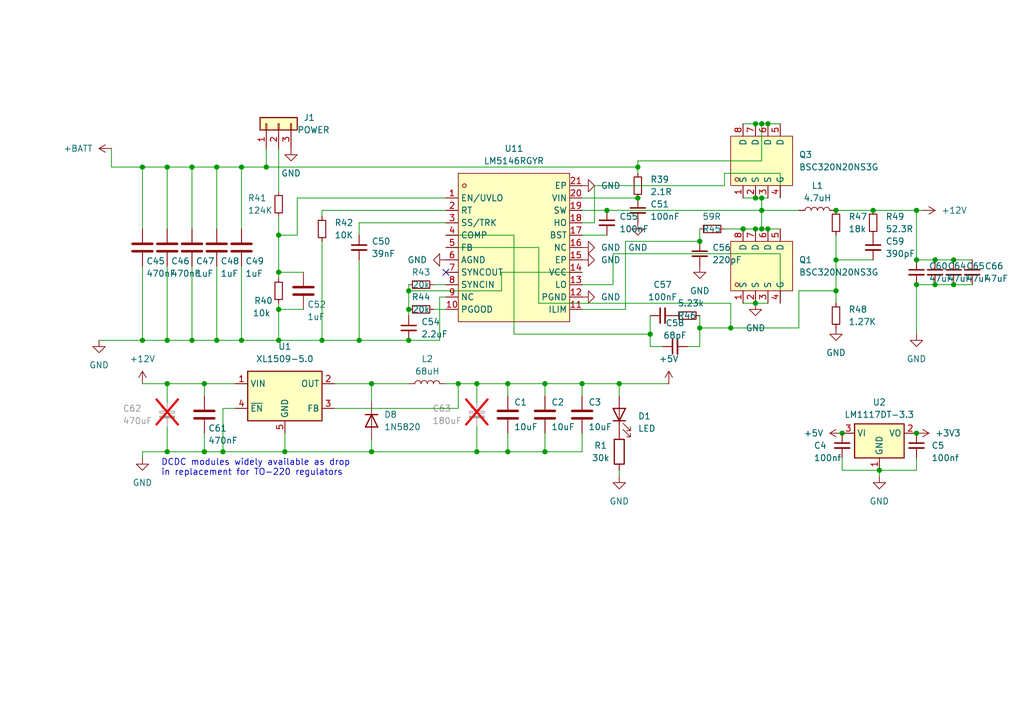
<source format=kicad_sch>
(kicad_sch (version 20231120) (generator "eeschema") (generator_version "8.0")
  (paper "A5")
  (title_block (title "Regulators") (rev "0.1"))
  (lib_symbols
    (symbol "Connector_Generic:Conn_01x03" (pin_names (offset 1.016) hide)
      (property "Reference" "J" (at 0 5.08 0))
      (property "Value" "Conn_01x03" (at 0 -5.08 0))
      (symbol "Conn_01x03_1_1"
        (rectangle (start -1.27 -2.413) (end 0 -2.667) (stroke (width 0.1524)))
        (rectangle (start -1.27 0.127) (end 0 -0.127) (stroke (width 0.1524)))
        (rectangle (start -1.27 2.667) (end 0 2.413) (stroke (width 0.1524)))
        (rectangle (start -1.27 3.81) (end 1.27 -3.81) (stroke (width 0.254)) (fill (type background)))
        (pin passive line (at -5.08 2.54 0) (length 3.81) (name "Pin_1") (number "1"))
        (pin passive line (at -5.08 0 0) (length 3.81) (name "Pin_2") (number "2"))
        (pin passive line (at -5.08 -2.54 0) (length 3.81) (name "Pin_3") (number "3"))
      )
    )
    (symbol "Device:C" (pin_numbers hide) (pin_names (offset 0.254))
      (property "Reference" "C" (at 0.635 2.54 0))
      (property "Value" "C" (at 0.635 -2.54 0))
      (symbol "C_0_1"
        (polyline (pts (xy -2.032 -0.762) (xy 2.032 -0.762)) (stroke (width 0.508)))
        (polyline (pts (xy -2.032 0.762) (xy 2.032 0.762)) (stroke (width 0.508)))
      )
      (symbol "C_1_1"
        (pin passive line (at 0 3.81 270) (length 2.794) (name "~") (number "1"))
        (pin passive line (at 0 -3.81 90) (length 2.794) (name "~") (number "2"))
      )
    )
    (symbol "Device:C_Polarized_Small" (pin_numbers hide) (pin_names (offset 0.254) hide)
      (property "Reference" "C" (at 0.254 1.778 0))
      (property "Value" "C_Polarized_Small" (at 0.254 -2.032 0))
      (symbol "C_Polarized_Small_0_1"
        (rectangle (start -1.524 -0.3048) (end 1.524 -0.6858) (fill (type outline)))
        (rectangle (start -1.524 0.6858) (end 1.524 0.3048))
        (polyline (pts (xy -1.27 1.524) (xy -0.762 1.524)))
        (polyline (pts (xy -1.016 1.27) (xy -1.016 1.778)))
      )
      (symbol "C_Polarized_Small_1_1"
        (pin passive line (at 0 2.54 270) (length 1.8542) (name "~") (number "1"))
        (pin passive line (at 0 -2.54 90) (length 1.8542) (name "~") (number "2"))
      )
    )
    (symbol "Device:C_Small" (pin_numbers hide) (pin_names (offset 0.254) hide)
      (property "Reference" "C" (at 0.254 1.778 0))
      (property "Value" "C_Small" (at 0.254 -2.032 0))
      (symbol "C_Small_0_1"
        (polyline (pts (xy -1.524 -0.508) (xy 1.524 -0.508)) (stroke (width 0.3302)))
        (polyline (pts (xy -1.524 0.508) (xy 1.524 0.508)) (stroke (width 0.3048)))
      )
      (symbol "C_Small_1_1"
        (pin passive line (at 0 2.54 270) (length 2.032) (name "~") (number "1"))
        (pin passive line (at 0 -2.54 90) (length 2.032) (name "~") (number "2"))
      )
    )
    (symbol "Device:D" (pin_numbers hide) (pin_names (offset 1.016) hide)
      (property "Reference" "D" (at 0 2.54 0))
      (property "Value" "D" (at 0 -2.54 0))
      (symbol "D_0_1"
        (polyline (pts (xy -1.27 1.27) (xy -1.27 -1.27)) (stroke (width 0.254)))
        (polyline (pts (xy 1.27 0) (xy -1.27 0)))
        (polyline (pts (xy 1.27 1.27) (xy 1.27 -1.27) (xy -1.27 0) (xy 1.27 1.27)) (stroke (width 0.254)))
      )
      (symbol "D_1_1"
        (pin passive line (at -3.81 0 0) (length 2.54) (name "K") (number "1"))
        (pin passive line (at 3.81 0 180) (length 2.54) (name "A") (number "2"))
      )
    )
    (symbol "Device:L" (pin_numbers hide) (pin_names (offset 1.016) hide)
      (property "Reference" "L" (at -1.27 0 90))
      (property "Value" "L" (at 1.905 0 90))
      (symbol "L_0_1"
        (arc (start 0 -2.54) (mid 0.6323 -1.905) (end 0 -1.27))
        (arc (start 0 -1.27) (mid 0.6323 -0.635) (end 0 0))
        (arc (start 0 0) (mid 0.6323 0.635) (end 0 1.27))
        (arc (start 0 1.27) (mid 0.6323 1.905) (end 0 2.54))
      )
      (symbol "L_1_1"
        (pin passive line (at 0 3.81 270) (length 1.27) (name "1") (number "1"))
        (pin passive line (at 0 -3.81 90) (length 1.27) (name "2") (number "2"))
      )
    )
    (symbol "Device:LED" (pin_numbers hide) (pin_names (offset 1.016) hide)
      (property "Reference" "D" (at 0 2.54 0))
      (property "Value" "LED" (at 0 -2.54 0))
      (symbol "LED_0_1"
        (polyline (pts (xy -1.27 -1.27) (xy -1.27 1.27)) (stroke (width 0.254)))
        (polyline (pts (xy -1.27 0) (xy 1.27 0)))
        (polyline (pts (xy 1.27 -1.27) (xy 1.27 1.27) (xy -1.27 0) (xy 1.27 -1.27)) (stroke (width 0.254)))
        (polyline (pts (xy -3.048 -0.762) (xy -4.572 -2.286) (xy -3.81 -2.286) (xy -4.572 -2.286) (xy -4.572 -1.524)))
        (polyline (pts (xy -1.778 -0.762) (xy -3.302 -2.286) (xy -2.54 -2.286) (xy -3.302 -2.286) (xy -3.302 -1.524)))
      )
      (symbol "LED_1_1"
        (pin passive line (at -3.81 0 0) (length 2.54) (name "K") (number "1"))
        (pin passive line (at 3.81 0 180) (length 2.54) (name "A") (number "2"))
      )
    )
    (symbol "Device:R" (pin_numbers hide) (pin_names (offset 0))
      (property "Reference" "R" (at 2.032 0 90))
      (property "Value" "R" (at 0 0 90))
      (symbol "R_0_1"
        (rectangle (start -1.016 -2.54) (end 1.016 2.54) (stroke (width 0.254)))
      )
      (symbol "R_1_1"
        (pin passive line (at 0 3.81 270) (length 1.27) (name "~") (number "1"))
        (pin passive line (at 0 -3.81 90) (length 1.27) (name "~") (number "2"))
      )
    )
    (symbol "Device:R_Small" (pin_numbers hide) (pin_names (offset 0.254) hide)
      (property "Reference" "R" (at 0.762 0.508 0))
      (property "Value" "R_Small" (at 0.762 -1.016 0))
      (symbol "R_Small_0_1"
        (rectangle (start -0.762 1.778) (end 0.762 -1.778) (stroke (width 0.2032)))
      )
      (symbol "R_Small_1_1"
        (pin passive line (at 0 2.54 270) (length 0.762) (name "~") (number "1"))
        (pin passive line (at 0 -2.54 90) (length 0.762) (name "~") (number "2"))
      )
    )
    (symbol "Regulator_Linear:LM1117DT-3.3"
      (property "Reference" "U" (at -3.81 3.175 0))
      (property "Value" "LM1117DT-3.3" (at 0 3.175 0))
      (symbol "LM1117DT-3.3_0_1"
        (rectangle (start -5.08 -5.08) (end 5.08 1.905) (stroke (width 0.254)) (fill (type background)))
      )
      (symbol "LM1117DT-3.3_1_1"
        (pin power_in line (at 0 -7.62 90) (length 2.54) (name "GND") (number "1"))
        (pin power_out line (at 7.62 0 180) (length 2.54) (name "VO") (number "2"))
        (pin power_in line (at -7.62 0 0) (length 2.54) (name "VI") (number "3"))
      )
    )
    (symbol "Regulator_Switching:XL1509-5.0"
      (property "Reference" "U" (at -7.112 6.096 0))
      (property "Value" "XL1509-5.0" (at 5.842 6.096 0))
      (symbol "XL1509-5.0_0_1"
        (rectangle (start -7.62 5.08) (end 7.62 -5.08) (stroke (width 0.254)) (fill (type background)))
      )
      (symbol "XL1509-5.0_1_1"
        (pin power_in line (at -10.16 2.54 0) (length 2.54) (name "VIN") (number "1"))
        (pin power_out line (at 10.16 2.54 180) (length 2.54) (name "OUT") (number "2"))
        (pin input line (at 10.16 -2.54 180) (length 2.54) (name "FB") (number "3"))
        (pin input line (at -10.16 -2.54 0) (length 2.54) (name "~{EN}") (number "4"))
        (pin power_in line (at 0 -7.62 90) (length 2.54) (name "GND") (number "5"))
        (pin passive line (at 0 -7.62 90) (length 2.54) hide (name "GND") (number "6"))
        (pin passive line (at 0 -7.62 90) (length 2.54) hide (name "GND") (number "7"))
        (pin passive line (at 0 -7.62 90) (length 2.54) hide (name "GND") (number "8"))
      )
    )
    (symbol "easyeda:BSC320N20NS3G"
      (property "Reference" "Q" (at 0 10.16 0))
      (property "Value" "BSC320N20NS3G" (at 0 -7.62 0))
      (symbol "BSC320N20NS3G_0_1"
        (rectangle (start -5.08 7.62) (end 5.08 -5.08) (fill (type background)))
        (circle (center -3.81 6.35) (radius 0.38))
        (pin unspecified line (at -7.62 5.08 0) (length 2.54) (name "S") (number "1"))
        (pin unspecified line (at -7.62 2.54 0) (length 2.54) (name "S") (number "2"))
        (pin unspecified line (at -7.62 0 0) (length 2.54) (name "S") (number "3"))
        (pin unspecified line (at -7.62 -2.54 0) (length 2.54) (name "G") (number "4"))
        (pin unspecified line (at 7.62 -2.54 180) (length 2.54) (name "D") (number "5"))
        (pin unspecified line (at 7.62 0 180) (length 2.54) (name "D") (number "6"))
        (pin unspecified line (at 7.62 2.54 180) (length 2.54) (name "D") (number "7"))
        (pin unspecified line (at 7.62 5.08 180) (length 2.54) (name "D") (number "8"))
      )
    )
    (symbol "easyeda:LM5146RGYR"
      (property "Reference" "U" (at 0 17.78 0))
      (property "Value" "LM5146RGYR" (at 0 -17.78 0))
      (symbol "LM5146RGYR_0_1"
        (rectangle (start -11.43 15.24) (end 11.43 -15.24) (fill (type background)))
        (circle (center -10.16 12.7) (radius 0.38))
        (pin unspecified line (at -13.97 10.16 0) (length 2.54) (name "EN/UVLO") (number "1"))
        (pin unspecified line (at -13.97 -12.7 0) (length 2.54) (name "PGOOD") (number "10"))
        (pin unspecified line (at 13.97 -12.7 180) (length 2.54) (name "ILIM") (number "11"))
        (pin unspecified line (at 13.97 -10.16 180) (length 2.54) (name "PGND") (number "12"))
        (pin unspecified line (at 13.97 -7.62 180) (length 2.54) (name "LO") (number "13"))
        (pin unspecified line (at 13.97 -5.08 180) (length 2.54) (name "VCC") (number "14"))
        (pin unspecified line (at 13.97 -2.54 180) (length 2.54) (name "EP") (number "15"))
        (pin unspecified line (at 13.97 0 180) (length 2.54) (name "NC") (number "16"))
        (pin unspecified line (at 13.97 2.54 180) (length 2.54) (name "BST") (number "17"))
        (pin unspecified line (at 13.97 5.08 180) (length 2.54) (name "HO") (number "18"))
        (pin unspecified line (at 13.97 7.62 180) (length 2.54) (name "SW") (number "19"))
        (pin unspecified line (at -13.97 7.62 0) (length 2.54) (name "RT") (number "2"))
        (pin unspecified line (at 13.97 10.16 180) (length 2.54) (name "VIN") (number "20"))
        (pin unspecified line (at 13.97 12.7 180) (length 2.54) (name "EP") (number "21"))
        (pin unspecified line (at -13.97 5.08 0) (length 2.54) (name "SS/TRK") (number "3"))
        (pin unspecified line (at -13.97 2.54 0) (length 2.54) (name "COMP") (number "4"))
        (pin unspecified line (at -13.97 0 0) (length 2.54) (name "FB") (number "5"))
        (pin unspecified line (at -13.97 -2.54 0) (length 2.54) (name "AGND") (number "6"))
        (pin unspecified line (at -13.97 -5.08 0) (length 2.54) (name "SYNCOUT") (number "7"))
        (pin unspecified line (at -13.97 -7.62 0) (length 2.54) (name "SYNCIN") (number "8"))
        (pin unspecified line (at -13.97 -10.16 0) (length 2.54) (name "NC") (number "9"))
      )
    )
    (symbol "power:+12V" (power) (pin_numbers hide) (pin_names (offset 0) hide)
      (property "Value" "+12V" (at 0 3.556 0))
      (symbol "+12V_0_1"
        (polyline (pts (xy -0.762 1.27) (xy 0 2.54)))
        (polyline (pts (xy 0 0) (xy 0 2.54)))
        (polyline (pts (xy 0 2.54) (xy 0.762 1.27)))
      )
      (symbol "+12V_1_1"
        (pin power_in line (at 0 0 90) (length 0) (name "~") (number "1"))
      )
    )
    (symbol "power:+3V3" (power) (pin_numbers hide) (pin_names (offset 0) hide)
      (property "Value" "+3V3" (at 0 3.556 0))
      (symbol "+3V3_0_1"
        (polyline (pts (xy -0.762 1.27) (xy 0 2.54)))
        (polyline (pts (xy 0 0) (xy 0 2.54)))
        (polyline (pts (xy 0 2.54) (xy 0.762 1.27)))
      )
      (symbol "+3V3_1_1"
        (pin power_in line (at 0 0 90) (length 0) (name "~") (number "1"))
      )
    )
    (symbol "power:+5V" (power) (pin_numbers hide) (pin_names (offset 0) hide)
      (property "Value" "+5V" (at 0 3.556 0))
      (symbol "+5V_0_1"
        (polyline (pts (xy -0.762 1.27) (xy 0 2.54)))
        (polyline (pts (xy 0 0) (xy 0 2.54)))
        (polyline (pts (xy 0 2.54) (xy 0.762 1.27)))
      )
      (symbol "+5V_1_1"
        (pin power_in line (at 0 0 90) (length 0) (name "~") (number "1"))
      )
    )
    (symbol "power:+BATT" (power) (pin_numbers hide) (pin_names (offset 0) hide)
      (property "Value" "+BATT" (at 0 3.556 0))
      (symbol "+BATT_0_1"
        (polyline (pts (xy -0.762 1.27) (xy 0 2.54)))
        (polyline (pts (xy 0 0) (xy 0 2.54)))
        (polyline (pts (xy 0 2.54) (xy 0.762 1.27)))
      )
      (symbol "+BATT_1_1"
        (pin power_in line (at 0 0 90) (length 0) (name "~") (number "1"))
      )
    )
    (symbol "power:GND" (power) (pin_numbers hide) (pin_names (offset 0) hide)
      (property "Value" "GND" (at 0 -3.81 0))
      (symbol "GND_0_1"
        (polyline (pts (xy 0 0) (xy 0 -1.27) (xy 1.27 -1.27) (xy 0 -2.54) (xy -1.27 -1.27) (xy 0 -1.27)))
      )
      (symbol "GND_1_1"
        (pin power_in line (at 0 0 270) (length 0) (name "~") (number "1"))
      )
    )
  )
  (junction (at 124.46 43.18))
  (junction (at 154.94 25.4))
  (junction (at 111.76 78.74))
  (junction (at 104.14 92.71))
  (junction (at 83.82 63.5))
  (junction (at 171.45 43.18))
  (junction (at 73.66 69.85))
  (junction (at 39.37 34.29))
  (junction (at 191.77 58.42))
  (junction (at 191.77 53.34))
  (junction (at 119.38 78.74))
  (junction (at 83.82 69.85))
  (junction (at 127 78.74))
  (junction (at 83.82 59.69))
  (junction (at 44.45 34.29))
  (junction (at 97.79 78.74))
  (junction (at 180.34 96.52))
  (junction (at 39.37 69.85))
  (junction (at 34.29 34.29))
  (junction (at 57.15 48.26))
  (junction (at 34.29 78.74))
  (junction (at 66.04 69.85))
  (junction (at 111.76 92.71))
  (junction (at 152.4 46.99))
  (junction (at 57.15 63.5))
  (junction (at 187.96 43.18))
  (junction (at 76.2 92.71))
  (junction (at 157.48 25.4))
  (junction (at 172.72 88.9))
  (junction (at 195.58 53.34))
  (junction (at 54.61 34.29))
  (junction (at 171.45 59.69))
  (junction (at 187.96 88.9))
  (junction (at 149.86 67.31))
  (junction (at 171.45 53.34))
  (junction (at 130.81 34.29))
  (junction (at 195.58 58.42))
  (junction (at 34.29 92.71))
  (junction (at 57.15 55.88))
  (junction (at 29.21 69.85))
  (junction (at 187.96 53.34))
  (junction (at 143.51 49.53))
  (junction (at 133.35 68.58))
  (junction (at 49.53 34.29))
  (junction (at 41.91 92.71))
  (junction (at 57.15 69.85))
  (junction (at 97.79 92.71))
  (junction (at 156.21 25.4))
  (junction (at 29.21 34.29))
  (junction (at 156.21 43.18))
  (junction (at 34.29 69.85))
  (junction (at 143.51 67.31))
  (junction (at 154.94 62.23))
  (junction (at 45.72 92.71))
  (junction (at 154.94 40.64))
  (junction (at 179.07 43.18))
  (junction (at 157.48 46.99))
  (junction (at 76.2 78.74))
  (junction (at 41.91 78.74))
  (junction (at 58.42 92.71))
  (junction (at 44.45 69.85))
  (junction (at 154.94 46.99))
  (junction (at 156.21 46.99))
  (junction (at 187.96 58.42))
  (junction (at 156.21 40.64))
  (junction (at 104.14 78.74))
  (junction (at 130.81 40.64))
  (junction (at 49.53 69.85))
  (junction (at 93.98 78.74))
  (no_connect (at 91.44 55.88))
  (wire (pts (xy 49.53 69.85) (xy 57.15 69.85)))
  (wire (pts (xy 97.79 78.74) (xy 97.79 82.55)))
  (wire (pts (xy 128.27 63.5) (xy 119.38 63.5)))
  (wire (pts (xy 76.2 90.17) (xy 76.2 92.71)))
  (wire (pts (xy 128.27 49.53) (xy 128.27 63.5)))
  (wire (pts (xy 171.45 48.26) (xy 171.45 53.34)))
  (wire (pts (xy 133.35 71.12) (xy 135.89 71.12)))
  (wire (pts (xy 187.96 93.98) (xy 187.96 96.52)))
  (wire (pts (xy 41.91 88.9) (xy 41.91 92.71)))
  (wire (pts (xy 180.34 96.52) (xy 187.96 96.52)))
  (wire (pts (xy 140.97 71.12) (xy 143.51 71.12)))
  (wire (pts (xy 154.94 46.99) (xy 156.21 46.99)))
  (wire (pts (xy 187.96 43.18) (xy 187.96 53.34)))
  (wire (pts (xy 73.66 48.26) (xy 73.66 45.72)))
  (wire (pts (xy 143.51 71.12) (xy 143.51 67.31)))
  (wire (pts (xy 172.72 96.52) (xy 172.72 93.98)))
  (wire (pts (xy 57.15 63.5) (xy 57.15 69.85)))
  (wire (pts (xy 41.91 92.71) (xy 45.72 92.71)))
  (wire (pts (xy 76.2 78.74) (xy 76.2 82.55)))
  (wire (pts (xy 29.21 78.74) (xy 34.29 78.74)))
  (wire (pts (xy 127 78.74) (xy 127 81.28)))
  (wire (pts (xy 148.59 46.99) (xy 152.4 46.99)))
  (wire (pts (xy 160.02 40.64) (xy 160.02 35.56)))
  (wire (pts (xy 29.21 92.71) (xy 34.29 92.71)))
  (wire (pts (xy 73.66 45.72) (xy 91.44 45.72)))
  (wire (pts (xy 34.29 54.61) (xy 34.29 69.85)))
  (wire (pts (xy 39.37 34.29) (xy 39.37 46.99)))
  (wire (pts (xy 39.37 54.61) (xy 39.37 69.85)))
  (wire (pts (xy 160.02 35.56) (xy 148.59 35.56)))
  (wire (pts (xy 57.15 55.88) (xy 57.15 57.15)))
  (wire (pts (xy 29.21 69.85) (xy 34.29 69.85)))
  (wire (pts (xy 119.38 88.9) (xy 119.38 92.71)))
  (wire (pts (xy 97.79 92.71) (xy 104.14 92.71)))
  (wire (pts (xy 44.45 34.29) (xy 49.53 34.29)))
  (wire (pts (xy 90.17 60.96) (xy 90.17 69.85)))
  (wire (pts (xy 154.94 62.23) (xy 157.48 62.23)))
  (wire (pts (xy 110.49 62.23) (xy 149.86 62.23)))
  (wire (pts (xy 88.9 63.5) (xy 91.44 63.5)))
  (wire (pts (xy 152.4 25.4) (xy 154.94 25.4)))
  (wire (pts (xy 20.32 69.85) (xy 29.21 69.85)))
  (wire (pts (xy 83.82 59.69) (xy 83.82 58.42)))
  (wire (pts (xy 29.21 54.61) (xy 29.21 69.85)))
  (wire (pts (xy 66.04 43.18) (xy 91.44 43.18)))
  (wire (pts (xy 104.14 88.9) (xy 104.14 92.71)))
  (wire (pts (xy 154.94 40.64) (xy 156.21 40.64)))
  (wire (pts (xy 119.38 40.64) (xy 130.81 40.64)))
  (wire (pts (xy 91.44 48.26) (xy 105.41 48.26)))
  (wire (pts (xy 58.42 92.71) (xy 76.2 92.71)))
  (wire (pts (xy 133.35 64.77) (xy 133.35 68.58)))
  (wire (pts (xy 57.15 30.48) (xy 57.15 39.37)))
  (wire (pts (xy 125.73 58.42) (xy 119.38 58.42)))
  (wire (pts (xy 57.15 48.26) (xy 57.15 55.88)))
  (wire (pts (xy 156.21 33.02) (xy 130.81 33.02)))
  (wire (pts (xy 111.76 78.74) (xy 111.76 81.28)))
  (wire (pts (xy 143.51 49.53) (xy 128.27 49.53)))
  (wire (pts (xy 76.2 92.71) (xy 97.79 92.71)))
  (wire (pts (xy 143.51 46.99) (xy 143.51 49.53)))
  (wire (pts (xy 97.79 78.74) (xy 104.14 78.74)))
  (wire (pts (xy 54.61 30.48) (xy 54.61 34.29)))
  (wire (pts (xy 152.4 62.23) (xy 154.94 62.23)))
  (wire (pts (xy 22.86 34.29) (xy 29.21 34.29)))
  (wire (pts (xy 149.86 62.23) (xy 149.86 67.31)))
  (wire (pts (xy 57.15 63.5) (xy 62.23 63.5)))
  (wire (pts (xy 127 78.74) (xy 137.16 78.74)))
  (wire (pts (xy 119.38 55.88) (xy 102.87 55.88)))
  (wire (pts (xy 44.45 69.85) (xy 49.53 69.85)))
  (wire (pts (xy 45.72 92.71) (xy 58.42 92.71)))
  (wire (pts (xy 34.29 34.29) (xy 39.37 34.29)))
  (wire (pts (xy 91.44 60.96) (xy 90.17 60.96)))
  (wire (pts (xy 149.86 67.31) (xy 143.51 67.31)))
  (wire (pts (xy 127 96.52) (xy 127 97.79)))
  (wire (pts (xy 156.21 40.64) (xy 157.48 40.64)))
  (wire (pts (xy 171.45 43.18) (xy 179.07 43.18)))
  (wire (pts (xy 83.82 69.85) (xy 90.17 69.85)))
  (wire (pts (xy 195.58 58.42) (xy 199.39 58.42)))
  (wire (pts (xy 22.86 30.48) (xy 22.86 34.29)))
  (wire (pts (xy 105.41 68.58) (xy 133.35 68.58)))
  (wire (pts (xy 29.21 34.29) (xy 34.29 34.29)))
  (wire (pts (xy 143.51 64.77) (xy 143.51 67.31)))
  (wire (pts (xy 111.76 92.71) (xy 104.14 92.71)))
  (wire (pts (xy 73.66 69.85) (xy 73.66 53.34)))
  (wire (pts (xy 41.91 78.74) (xy 48.26 78.74)))
  (wire (pts (xy 49.53 34.29) (xy 49.53 46.99)))
  (wire (pts (xy 102.87 55.88) (xy 102.87 59.69)))
  (wire (pts (xy 88.9 58.42) (xy 91.44 58.42)))
  (wire (pts (xy 195.58 53.34) (xy 199.39 53.34)))
  (wire (pts (xy 119.38 78.74) (xy 119.38 81.28)))
  (wire (pts (xy 93.98 83.82) (xy 93.98 78.74)))
  (wire (pts (xy 44.45 34.29) (xy 44.45 46.99)))
  (wire (pts (xy 163.83 67.31) (xy 149.86 67.31)))
  (wire (pts (xy 191.77 58.42) (xy 195.58 58.42)))
  (wire (pts (xy 130.81 33.02) (xy 130.81 34.29)))
  (wire (pts (xy 58.42 88.9) (xy 58.42 92.71)))
  (wire (pts (xy 104.14 78.74) (xy 111.76 78.74)))
  (wire (pts (xy 34.29 69.85) (xy 39.37 69.85)))
  (wire (pts (xy 119.38 43.18) (xy 124.46 43.18)))
  (wire (pts (xy 91.44 78.74) (xy 93.98 78.74)))
  (wire (pts (xy 34.29 87.63) (xy 34.29 92.71)))
  (wire (pts (xy 49.53 34.29) (xy 54.61 34.29)))
  (wire (pts (xy 91.44 50.8) (xy 110.49 50.8)))
  (wire (pts (xy 105.41 48.26) (xy 105.41 68.58)))
  (wire (pts (xy 111.76 78.74) (xy 119.38 78.74)))
  (wire (pts (xy 157.48 25.4) (xy 160.02 25.4)))
  (wire (pts (xy 68.58 78.74) (xy 76.2 78.74)))
  (wire (pts (xy 57.15 62.23) (xy 57.15 63.5)))
  (wire (pts (xy 187.96 43.18) (xy 189.23 43.18)))
  (wire (pts (xy 41.91 78.74) (xy 41.91 81.28)))
  (wire (pts (xy 68.58 83.82) (xy 93.98 83.82)))
  (wire (pts (xy 110.49 50.8) (xy 110.49 62.23)))
  (wire (pts (xy 57.15 69.85) (xy 66.04 69.85)))
  (wire (pts (xy 187.96 53.34) (xy 191.77 53.34)))
  (wire (pts (xy 119.38 92.71) (xy 111.76 92.71)))
  (wire (pts (xy 60.96 40.64) (xy 60.96 48.26)))
  (wire (pts (xy 34.29 34.29) (xy 34.29 46.99)))
  (wire (pts (xy 57.15 44.45) (xy 57.15 48.26)))
  (wire (pts (xy 97.79 87.63) (xy 97.79 92.71)))
  (wire (pts (xy 76.2 78.74) (xy 83.82 78.74)))
  (wire (pts (xy 60.96 48.26) (xy 57.15 48.26)))
  (wire (pts (xy 83.82 63.5) (xy 83.82 59.69)))
  (wire (pts (xy 45.72 83.82) (xy 45.72 92.71)))
  (wire (pts (xy 171.45 53.34) (xy 171.45 59.69)))
  (wire (pts (xy 29.21 34.29) (xy 29.21 46.99)))
  (wire (pts (xy 44.45 54.61) (xy 44.45 69.85)))
  (wire (pts (xy 156.21 46.99) (xy 157.48 46.99)))
  (wire (pts (xy 187.96 58.42) (xy 191.77 58.42)))
  (wire (pts (xy 66.04 44.45) (xy 66.04 43.18)))
  (wire (pts (xy 57.15 55.88) (xy 62.23 55.88)))
  (wire (pts (xy 171.45 59.69) (xy 163.83 59.69)))
  (wire (pts (xy 156.21 43.18) (xy 163.83 43.18)))
  (wire (pts (xy 148.59 35.56) (xy 148.59 38.1)))
  (wire (pts (xy 91.44 40.64) (xy 60.96 40.64)))
  (wire (pts (xy 171.45 53.34) (xy 179.07 53.34)))
  (wire (pts (xy 104.14 78.74) (xy 104.14 81.28)))
  (wire (pts (xy 133.35 68.58) (xy 133.35 71.12)))
  (wire (pts (xy 156.21 25.4) (xy 157.48 25.4)))
  (wire (pts (xy 93.98 78.74) (xy 97.79 78.74)))
  (wire (pts (xy 180.34 96.52) (xy 172.72 96.52)))
  (wire (pts (xy 171.45 59.69) (xy 171.45 62.23)))
  (wire (pts (xy 152.4 46.99) (xy 154.94 46.99)))
  (wire (pts (xy 156.21 33.02) (xy 156.21 25.4)))
  (wire (pts (xy 156.21 40.64) (xy 156.21 43.18)))
  (wire (pts (xy 34.29 78.74) (xy 34.29 82.55)))
  (wire (pts (xy 48.26 83.82) (xy 45.72 83.82)))
  (wire (pts (xy 156.21 46.99) (xy 156.21 43.18)))
  (wire (pts (xy 119.38 48.26) (xy 124.46 48.26)))
  (wire (pts (xy 73.66 69.85) (xy 83.82 69.85)))
  (wire (pts (xy 124.46 43.18) (xy 156.21 43.18)))
  (wire (pts (xy 39.37 34.29) (xy 44.45 34.29)))
  (wire (pts (xy 191.77 53.34) (xy 195.58 53.34)))
  (wire (pts (xy 66.04 49.53) (xy 66.04 69.85)))
  (wire (pts (xy 179.07 43.18) (xy 187.96 43.18)))
  (wire (pts (xy 54.61 34.29) (xy 130.81 34.29)))
  (wire (pts (xy 121.92 45.72) (xy 121.92 38.1)))
  (wire (pts (xy 83.82 63.5) (xy 83.82 64.77)))
  (wire (pts (xy 121.92 38.1) (xy 148.59 38.1)))
  (wire (pts (xy 111.76 88.9) (xy 111.76 92.71)))
  (wire (pts (xy 34.29 92.71) (xy 41.91 92.71)))
  (wire (pts (xy 180.34 97.79) (xy 180.34 96.52)))
  (wire (pts (xy 130.81 35.56) (xy 130.81 34.29)))
  (wire (pts (xy 66.04 69.85) (xy 73.66 69.85)))
  (wire (pts (xy 49.53 54.61) (xy 49.53 69.85)))
  (wire (pts (xy 187.96 58.42) (xy 187.96 68.58)))
  (wire (pts (xy 157.48 46.99) (xy 160.02 46.99)))
  (wire (pts (xy 102.87 59.69) (xy 83.82 59.69)))
  (wire (pts (xy 125.73 52.07) (xy 160.02 52.07)))
  (wire (pts (xy 160.02 52.07) (xy 160.02 62.23)))
  (wire (pts (xy 29.21 93.98) (xy 29.21 92.71)))
  (wire (pts (xy 125.73 52.07) (xy 125.73 58.42)))
  (wire (pts (xy 39.37 69.85) (xy 44.45 69.85)))
  (wire (pts (xy 152.4 40.64) (xy 154.94 40.64)))
  (wire (pts (xy 119.38 45.72) (xy 121.92 45.72)))
  (wire (pts (xy 154.94 25.4) (xy 156.21 25.4)))
  (wire (pts (xy 34.29 78.74) (xy 41.91 78.74)))
  (wire (pts (xy 119.38 78.74) (xy 127 78.74)))
  (wire (pts (xy 163.83 59.69) (xy 163.83 67.31)))
  (text "DCDC modules widely available as drop\nin replacement for TO-220 regulators" (at 33.02 97.79 0) (effects (font (size 1.27 1.27)) (justify left bottom)))
  (symbol (lib_id "Regulator_Linear:LM1117DT-3.3") (at 180.34 88.9 0) (unit 1)
    (property "Reference" "U2" (at 180.34 82.55 0))
    (property "Value" "LM1117DT-3.3" (at 180.34 85.09 0))
    (property "Footprint" "Package_TO_SOT_SMD:SOT-223-3_TabPin2" (effects (hide yes)))
    (property "Datasheet" "http://www.ti.com/lit/ds/symlink/lm1117.pdf" (effects (hide yes)))
    (property "Description" "800mA Low-Dropout Linear Regulator, 3.3V fixed output, TO-252" (effects (hide yes)))
    (property "LCSC" "C126027" (effects (hide yes)))
  )
  (symbol (lib_id "Device:L") (at 87.63 78.74 90) (unit 1)
    (property "Reference" "L2" (at 87.63 73.66 90))
    (property "Value" "68uH" (at 87.63 76.2 90))
    (property "Footprint" "lcsc:IND-SMD_L7.1-W6.6-1" (effects (hide yes)))
    (property "Description" "Inductor" (effects (hide yes)))
    (property "LCSC" "C3188679" (effects (hide yes)))
  )
  (symbol (lib_id "power:GND") (at 143.51 54.61 0) (unit 1)
    (property "Reference" "#PWR096" (effects (hide yes)))
    (property "Value" "GND" (at 143.51 59.69 0))
    (property "Description" "Power symbol creates a global label with name \"GND\" , ground" (effects (hide yes)))
  )
  (symbol (lib_id "power:GND") (at 130.81 45.72 0) (unit 1)
    (property "Reference" "#PWR093" (effects (hide yes)))
    (property "Value" "GND" (at 130.81 50.8 0))
    (property "Description" "Power symbol creates a global label with name \"GND\" , ground" (effects (hide yes)))
  )
  (symbol (lib_id "Device:D") (at 76.2 86.36 270) (unit 1)
    (property "Reference" "D8" (at 78.74 85.0899 90) (effects (justify left)))
    (property "Value" "1N5820" (at 78.74 87.6299 90) (effects (justify left)))
    (property "Footprint" "Diode_SMD:D_SMA" (effects (hide yes)))
    (property "Description" "Diode" (effects (hide yes)))
    (property "Sim.Device" "D" (effects (hide yes)))
    (property "Sim.Pins" "1=K 2=A" (effects (hide yes)))
    (property "LCSC" " C110484" (effects (hide yes)))
  )
  (symbol (lib_id "Device:R_Small") (at 140.97 64.77 270) (unit 1)
    (property "Reference" "R46" (at 138.938 64.77 90) (effects (justify left)))
    (property "Value" "5.23k" (at 138.938 62.23 90) (effects (justify left)))
    (property "Footprint" "Resistor_SMD:R_0402_1005Metric" (effects (hide yes)))
    (property "Description" "Resistor, small symbol" (effects (hide yes)))
    (property "LCSC" "C25907" (effects (hide yes)))
  )
  (symbol (lib_id "power:+12V") (at 29.21 78.74 0) (unit 1)
    (property "Reference" "#PWR01" (effects (hide yes)))
    (property "Value" "+12V" (at 29.21 73.66 0))
    (property "Description" "Power symbol creates a global label with name \"+12V\"" (effects (hide yes)))
  )
  (symbol (lib_id "easyeda:LM5146RGYR") (at 105.41 50.8 0) (unit 1)
    (property "Reference" "U11" (at 105.41 30.48 0))
    (property "Value" "LM5146RGYR" (at 105.41 33.02 0))
    (property "Footprint" "lcsc:VQFN-20_L4.5-W3.5-P0.50-BL-EP" (effects (hide yes)))
    (property "LCSC Part" "C3188679" (effects (hide yes)))
    (property "LCSC" "C3188679" (effects (hide yes)))
  )
  (symbol (lib_id "Device:R_Small") (at 86.36 58.42 90) (unit 1)
    (property "Reference" "R43" (at 86.36 55.88 90))
    (property "Value" "20k" (at 86.36 58.42 90))
    (property "Footprint" "Resistor_SMD:R_0402_1005Metric" (effects (hide yes)))
    (property "Description" "Resistor, small symbol" (effects (hide yes)))
    (property "LCSC" "C25765" (effects (hide yes)))
  )
  (symbol (lib_id "Device:L") (at 167.64 43.18 90) (unit 1)
    (property "Reference" "L1" (at 167.64 38.1 90))
    (property "Value" "4.7uH" (at 167.64 40.64 90))
    (property "Footprint" "lcsc:IND-SMD_L13.5-W12.8" (effects (hide yes)))
    (property "Description" "Inductor" (effects (hide yes)))
    (property "LCSC" "C5349638" (effects (hide yes)))
  )
  (symbol (lib_id "Device:C_Small") (at 135.89 64.77 90) (unit 1)
    (property "Reference" "C57" (at 135.8963 58.42 90))
    (property "Value" "100nF" (at 135.8963 60.96 90))
    (property "Footprint" "Capacitor_SMD:C_0402_1005Metric" (effects (hide yes)))
    (property "Description" "Unpolarized capacitor, small symbol" (effects (hide yes)))
    (property "LCSC" "C60474" (effects (hide yes)))
  )
  (symbol (lib_id "power:+12V") (at 189.23 43.18 270) (unit 1)
    (property "Reference" "#PWR0102" (effects (hide yes)))
    (property "Value" "+12V" (at 193.04 43.1799 90) (effects (justify left)))
    (property "Description" "Power symbol creates a global label with name \"+12V\"" (effects (hide yes)))
  )
  (symbol (lib_id "Device:C_Polarized_Small") (at 97.79 85.09 0) (unit 1) (dnp yes)
    (property "Reference" "C63" (at 88.646 83.82 0) (effects (justify left)))
    (property "Value" "180uF" (at 88.646 86.36 0) (effects (justify left)))
    (property "Footprint" "Capacitor_THT:CP_Radial_D6.3mm_P2.50mm" (effects (hide yes)))
    (property "Description" "Polarized capacitor, small symbol" (effects (hide yes)))
    (property "LCSC" " C2976258" (effects (hide yes)))
  )
  (symbol (lib_id "Device:C") (at 119.38 85.09 0) (unit 1)
    (property "Reference" "C3" (at 120.65 82.55 0) (effects (justify left)))
    (property "Value" "10uF" (at 120.65 87.63 0) (effects (justify left)))
    (property "Footprint" "Capacitor_SMD:C_0603_1608Metric" (effects (hide yes)))
    (property "MFR PT" "CL10A106MA8NRNCCopy" (effects (hide yes)))
    (property "LCSC" "C96446" (effects (hide yes)))
  )
  (symbol (lib_id "power:GND") (at 119.38 53.34 90) (unit 1)
    (property "Reference" "#PWR0105" (effects (hide yes)))
    (property "Value" "GND" (at 123.19 53.3399 90) (effects (justify right)))
    (property "Description" "Power symbol creates a global label with name \"GND\" , ground" (effects (hide yes)))
  )
  (symbol (lib_id "power:GND") (at 29.21 93.98 0) (unit 1)
    (property "Reference" "#PWR02" (effects (hide yes)))
    (property "Value" "GND" (at 29.21 99.06 0))
  )
  (symbol (lib_id "Device:C_Small") (at 179.07 50.8 0) (unit 1)
    (property "Reference" "C59" (at 181.61 49.5362 0) (effects (justify left)))
    (property "Value" "390pF" (at 181.61 52.0762 0) (effects (justify left)))
    (property "Footprint" "Capacitor_SMD:C_0402_1005Metric" (effects (hide yes)))
    (property "Description" "Unpolarized capacitor, small symbol" (effects (hide yes)))
    (property "LCSC" "C282239" (effects (hide yes)))
  )
  (symbol (lib_id "Device:C") (at 111.76 85.09 0) (unit 1)
    (property "Reference" "C2" (at 113.03 82.55 0) (effects (justify left)))
    (property "Value" "10uF" (at 113.03 87.63 0) (effects (justify left)))
    (property "Footprint" "Capacitor_SMD:C_0603_1608Metric" (effects (hide yes)))
    (property "MFR PT" "CL10A106MA8NRNCCopy" (effects (hide yes)))
    (property "LCSC" "C96446" (effects (hide yes)))
  )
  (symbol (lib_id "Device:R_Small") (at 146.05 46.99 270) (unit 1)
    (property "Reference" "R45" (at 144.018 46.99 90) (effects (justify left)))
    (property "Value" "59R" (at 144.018 44.45 90) (effects (justify left)))
    (property "Footprint" "Resistor_SMD:R_0805_2012Metric" (effects (hide yes)))
    (property "Description" "Resistor, small symbol" (effects (hide yes)))
    (property "LCSC" "C2999506" (effects (hide yes)))
  )
  (symbol (lib_id "Device:C_Small") (at 199.39 55.88 0) (unit 1)
    (property "Reference" "C66" (at 201.93 54.6162 0) (effects (justify left)))
    (property "Value" "47uF" (at 201.93 57.1562 0) (effects (justify left)))
    (property "Footprint" "Capacitor_SMD:C_1206_3216Metric" (effects (hide yes)))
    (property "Description" "Unpolarized capacitor, small symbol" (effects (hide yes)))
    (property "LCSC" "C403725" (effects (hide yes)))
  )
  (symbol (lib_id "power:+BATT") (at 22.86 30.48 90) (unit 1)
    (property "Reference" "#PWR03" (effects (hide yes)))
    (property "Value" "+BATT" (at 19.05 30.4799 90) (effects (justify left)))
    (property "Description" "Power symbol creates a global label with name \"+BATT\"" (effects (hide yes)))
  )
  (symbol (lib_id "power:+3V3") (at 187.96 88.9 270) (unit 1)
    (property "Reference" "#PWR09" (effects (hide yes)))
    (property "Value" "+3V3" (at 191.77 88.8999 90) (effects (justify left)))
    (property "Description" "Power symbol creates a global label with name \"+3V3\"" (effects (hide yes)))
  )
  (symbol (lib_id "Device:C") (at 41.91 85.09 0) (unit 1)
    (property "Reference" "C61" (at 42.672 87.884 0) (effects (justify left)))
    (property "Value" "470nF" (at 42.672 90.424 0) (effects (justify left)))
    (property "Footprint" "Capacitor_SMD:C_0603_1608Metric" (effects (hide yes)))
    (property "Description" "Unpolarized capacitor" (effects (hide yes)))
    (property "LCSC" "C1623" (effects (hide yes)))
  )
  (symbol (lib_id "Device:R_Small") (at 66.04 46.99 0) (unit 1)
    (property "Reference" "R42" (at 68.58 45.7199 0) (effects (justify left)))
    (property "Value" "10K" (at 68.58 48.2599 0) (effects (justify left)))
    (property "Footprint" "Resistor_SMD:R_0603_1608Metric" (effects (hide yes)))
    (property "Description" "Resistor, small symbol" (effects (hide yes)))
    (property "LCSC" "C25804" (effects (hide yes)))
  )
  (symbol (lib_id "Device:R_Small") (at 171.45 45.72 0) (unit 1)
    (property "Reference" "R47" (at 173.99 44.4499 0) (effects (justify left)))
    (property "Value" "18k" (at 173.99 46.9899 0) (effects (justify left)))
    (property "Footprint" "Resistor_SMD:R_0603_1608Metric" (effects (hide yes)))
    (property "Description" "Resistor, small symbol" (effects (hide yes)))
    (property "LCSC" "C25810" (effects (hide yes)))
  )
  (symbol (lib_id "Device:C") (at 104.14 85.09 0) (unit 1)
    (property "Reference" "C1" (at 105.41 82.55 0) (effects (justify left)))
    (property "Value" "10uF" (at 105.41 87.63 0) (effects (justify left)))
    (property "Footprint" "Capacitor_SMD:C_0603_1608Metric" (effects (hide yes)))
    (property "MFR PT" "CL10A106MA8NRNCCopy" (effects (hide yes)))
    (property "LCSC" "C96446" (effects (hide yes)))
  )
  (symbol (lib_id "Device:C_Small") (at 130.81 43.18 0) (unit 1)
    (property "Reference" "C51" (at 133.35 41.9162 0) (effects (justify left)))
    (property "Value" "100nF" (at 133.35 44.4562 0) (effects (justify left)))
    (property "Footprint" "Capacitor_SMD:C_0805_2012Metric" (effects (hide yes)))
    (property "Description" "Unpolarized capacitor, small symbol" (effects (hide yes)))
    (property "LCSC" "C476766" (effects (hide yes)))
  )
  (symbol (lib_id "easyeda:BSC320N20NS3G") (at 157.48 33.02 90) (unit 1)
    (property "Reference" "Q3" (at 163.83 31.7499 90) (effects (justify right)))
    (property "Value" "BSC320N20NS3G" (at 163.83 34.2899 90) (effects (justify right)))
    (property "Footprint" "lcsc:DFN-8_L5.9-W5.2-P1.27-LS6.2-BL" (effects (hide yes)))
    (property "Datasheet" "https://lcsc.com/product-detail/MOSFET_Infineon-Technologies-BSC320N20NS3G_C501501.html" (effects (hide yes)))
    (property "LCSC Part" "C501501" (effects (hide yes)))
    (property "LCSC" "C501501" (effects (hide yes)))
  )
  (symbol (lib_id "Device:C") (at 44.45 50.8 0) (unit 1)
    (property "Reference" "C48" (at 45.212 53.594 0) (effects (justify left)))
    (property "Value" "1uF" (at 45.212 56.134 0) (effects (justify left)))
    (property "Footprint" "Capacitor_SMD:C_0805_2012Metric" (effects (hide yes)))
    (property "Description" "Unpolarized capacitor" (effects (hide yes)))
    (property "LCSC" "C28323" (effects (hide yes)))
  )
  (symbol (lib_id "Device:R_Small") (at 57.15 59.69 0) (unit 1)
    (property "Reference" "R40" (at 52.07 61.722 0) (effects (justify left)))
    (property "Value" "10k" (at 51.816 64.262 0) (effects (justify left)))
    (property "Footprint" "Resistor_SMD:R_0603_1608Metric" (effects (hide yes)))
    (property "Description" "Resistor, small symbol" (effects (hide yes)))
    (property "LCSC" "C25804" (effects (hide yes)))
  )
  (symbol (lib_id "Device:C_Small") (at 187.96 55.88 0) (unit 1)
    (property "Reference" "C60" (at 190.5 54.6162 0) (effects (justify left)))
    (property "Value" "47uF" (at 190.5 57.1562 0) (effects (justify left)))
    (property "Footprint" "Capacitor_SMD:C_1206_3216Metric" (effects (hide yes)))
    (property "Description" "Unpolarized capacitor, small symbol" (effects (hide yes)))
    (property "LCSC" "C403725" (effects (hide yes)))
  )
  (symbol (lib_id "easyeda:BSC320N20NS3G") (at 157.48 54.61 90) (unit 1)
    (property "Reference" "Q1" (at 163.83 53.3399 90) (effects (justify right)))
    (property "Value" "BSC320N20NS3G" (at 163.83 55.8799 90) (effects (justify right)))
    (property "Footprint" "lcsc:DFN-8_L5.9-W5.2-P1.27-LS6.2-BL" (effects (hide yes)))
    (property "Datasheet" "https://lcsc.com/product-detail/MOSFET_Infineon-Technologies-BSC320N20NS3G_C501501.html" (effects (hide yes)))
    (property "LCSC Part" "C501501" (effects (hide yes)))
    (property "LCSC" "C501501" (effects (hide yes)))
  )
  (symbol (lib_id "Device:C") (at 34.29 50.8 0) (unit 1)
    (property "Reference" "C46" (at 35.052 53.594 0) (effects (justify left)))
    (property "Value" "470nF" (at 35.052 56.134 0) (effects (justify left)))
    (property "Footprint" "Capacitor_SMD:C_1210_3225Metric" (effects (hide yes)))
    (property "Description" "Unpolarized capacitor" (effects (hide yes)))
    (property "LCSC" "C192761" (effects (hide yes)))
  )
  (symbol (lib_id "power:+5V") (at 137.16 78.74 0) (unit 1)
    (property "Reference" "#PWR06" (effects (hide yes)))
    (property "Value" "+5V" (at 137.16 73.66 0))
    (property "Description" "Power symbol creates a global label with name \"+5V\"" (effects (hide yes)))
  )
  (symbol (lib_id "Device:R_Small") (at 86.36 63.5 90) (unit 1)
    (property "Reference" "R44" (at 86.36 60.96 90))
    (property "Value" "20k" (at 86.36 63.5 90))
    (property "Footprint" "Resistor_SMD:R_0402_1005Metric" (effects (hide yes)))
    (property "Description" "Resistor, small symbol" (effects (hide yes)))
    (property "LCSC" "C25765" (effects (hide yes)))
  )
  (symbol (lib_id "power:GND") (at 119.38 60.96 90) (unit 1)
    (property "Reference" "#PWR099" (effects (hide yes)))
    (property "Value" "GND" (at 123.19 60.9599 90) (effects (justify right)))
    (property "Description" "Power symbol creates a global label with name \"GND\" , ground" (effects (hide yes)))
  )
  (symbol (lib_id "Device:C") (at 39.37 50.8 0) (unit 1)
    (property "Reference" "C47" (at 40.132 53.594 0) (effects (justify left)))
    (property "Value" "1uF" (at 40.132 56.134 0) (effects (justify left)))
    (property "Footprint" "Capacitor_SMD:C_0805_2012Metric" (effects (hide yes)))
    (property "Description" "Unpolarized capacitor" (effects (hide yes)))
    (property "LCSC" "C28323" (effects (hide yes)))
  )
  (symbol (lib_id "Device:C_Polarized_Small") (at 34.29 85.09 0) (unit 1) (dnp yes)
    (property "Reference" "C62" (at 25.146 83.82 0) (effects (justify left)))
    (property "Value" "470uF" (at 25.146 86.36 0) (effects (justify left)))
    (property "Footprint" "Capacitor_THT:CP_Radial_D8.0mm_P3.50mm" (effects (hide yes)))
    (property "Description" "Polarized capacitor, small symbol" (effects (hide yes)))
    (property "LCSC" "C721169" (effects (hide yes)))
  )
  (symbol (lib_id "Device:C_Small") (at 195.58 55.88 0) (unit 1)
    (property "Reference" "C65" (at 198.12 54.6162 0) (effects (justify left)))
    (property "Value" "47uF" (at 198.12 57.1562 0) (effects (justify left)))
    (property "Footprint" "Capacitor_SMD:C_1206_3216Metric" (effects (hide yes)))
    (property "Description" "Unpolarized capacitor, small symbol" (effects (hide yes)))
    (property "LCSC" "C403725" (effects (hide yes)))
  )
  (symbol (lib_id "Device:C") (at 49.53 50.8 0) (unit 1)
    (property "Reference" "C49" (at 50.292 53.594 0) (effects (justify left)))
    (property "Value" "1uF" (at 50.292 56.134 0) (effects (justify left)))
    (property "Footprint" "Capacitor_SMD:C_0805_2012Metric" (effects (hide yes)))
    (property "Description" "Unpolarized capacitor" (effects (hide yes)))
    (property "LCSC" "C28323" (effects (hide yes)))
  )
  (symbol (lib_id "power:+5V") (at 172.72 88.9 90) (unit 1)
    (property "Reference" "#PWR07" (effects (hide yes)))
    (property "Value" "+5V" (at 168.91 88.8999 90) (effects (justify left)))
    (property "Description" "Power symbol creates a global label with name \"+5V\"" (effects (hide yes)))
  )
  (symbol (lib_id "Device:C") (at 62.23 59.69 0) (unit 1)
    (property "Reference" "C52" (at 62.992 62.484 0) (effects (justify left)))
    (property "Value" "1uF" (at 62.992 65.024 0) (effects (justify left)))
    (property "Footprint" "Capacitor_SMD:C_0402_1005Metric" (effects (hide yes)))
    (property "Description" "Unpolarized capacitor" (effects (hide yes)))
    (property "LCSC" "C52923" (effects (hide yes)))
  )
  (symbol (lib_id "power:GND") (at 20.32 69.85 0) (unit 1)
    (property "Reference" "#PWR04" (effects (hide yes)))
    (property "Value" "GND" (at 20.32 74.93 0))
    (property "Description" "Power symbol creates a global label with name \"GND\" , ground" (effects (hide yes)))
  )
  (symbol (lib_id "power:GND") (at 91.44 53.34 270) (unit 1)
    (property "Reference" "#PWR0100" (effects (hide yes)))
    (property "Value" "GND" (at 87.63 53.3399 90) (effects (justify right)))
    (property "Description" "Power symbol creates a global label with name \"GND\" , ground" (effects (hide yes)))
  )
  (symbol (lib_id "Device:R") (at 127 92.71 180) (unit 1)
    (property "Reference" "R1" (at 123.19 91.44 0))
    (property "Value" "30k" (at 123.19 93.98 0))
    (property "Footprint" "Resistor_SMD:R_0603_1608Metric" (effects (hide yes)))
    (property "MFR PT" "0603WAF3002T5E" (effects (hide yes)))
    (property "LCSC" "C22984" (effects (hide yes)))
  )
  (symbol (lib_id "power:GND") (at 171.45 67.31 0) (unit 1)
    (property "Reference" "#PWR098" (effects (hide yes)))
    (property "Value" "GND" (at 171.45 72.39 0))
    (property "Description" "Power symbol creates a global label with name \"GND\" , ground" (effects (hide yes)))
  )
  (symbol (lib_id "power:GND") (at 119.38 38.1 90) (unit 1)
    (property "Reference" "#PWR0101" (effects (hide yes)))
    (property "Value" "GND" (at 123.19 38.0999 90) (effects (justify right)))
    (property "Description" "Power symbol creates a global label with name \"GND\" , ground" (effects (hide yes)))
  )
  (symbol (lib_id "Device:C_Small") (at 143.51 52.07 0) (unit 1)
    (property "Reference" "C56" (at 146.05 50.8062 0) (effects (justify left)))
    (property "Value" "220pF" (at 146.05 53.3462 0) (effects (justify left)))
    (property "Footprint" "Capacitor_SMD:C_0402_1005Metric" (effects (hide yes)))
    (property "Description" "Unpolarized capacitor, small symbol" (effects (hide yes)))
    (property "LCSC" "C368809" (effects (hide yes)))
  )
  (symbol (lib_id "Device:LED") (at 127 85.09 90) (unit 1)
    (property "Reference" "D1" (at 130.81 85.4074 90) (effects (justify right)))
    (property "Value" "LED" (at 130.81 87.9474 90) (effects (justify right)))
    (property "Footprint" "LED_SMD:LED_0603_1608Metric" (effects (hide yes)))
    (property "LCSC" "C72041" (effects (hide yes)))
    (property "MFR PT" "19-217/BHC-ZL1M2RY/3T" (effects (hide yes)))
  )
  (symbol (lib_id "Device:R_Small") (at 171.45 64.77 0) (unit 1)
    (property "Reference" "R48" (at 173.99 63.4999 0) (effects (justify left)))
    (property "Value" "1.27K" (at 173.99 66.0399 0) (effects (justify left)))
    (property "Footprint" "Resistor_SMD:R_0603_1608Metric" (effects (hide yes)))
    (property "Description" "Resistor, small symbol" (effects (hide yes)))
    (property "LCSC" "C2930048" (effects (hide yes)))
  )
  (symbol (lib_id "Device:C_Small") (at 83.82 67.31 0) (unit 1)
    (property "Reference" "C54" (at 86.36 66.0462 0) (effects (justify left)))
    (property "Value" "2.2uF" (at 86.36 68.5862 0) (effects (justify left)))
    (property "Footprint" "Capacitor_SMD:C_0402_1005Metric" (effects (hide yes)))
    (property "Description" "Unpolarized capacitor, small symbol" (effects (hide yes)))
    (property "LCSC" "C77002" (effects (hide yes)))
  )
  (symbol (lib_id "power:GND") (at 154.94 62.23 0) (unit 1)
    (property "Reference" "#PWR097" (effects (hide yes)))
    (property "Value" "GND" (at 154.94 67.31 0))
    (property "Description" "Power symbol creates a global label with name \"GND\" , ground" (effects (hide yes)))
  )
  (symbol (lib_id "power:GND") (at 127 97.79 0) (unit 1)
    (property "Reference" "#PWR05" (effects (hide yes)))
    (property "Value" "GND" (at 127 102.87 0))
  )
  (symbol (lib_id "Device:C_Small") (at 187.96 91.44 0) (unit 1)
    (property "Reference" "C5" (at 191.008 91.44 0) (effects (justify left)))
    (property "Value" "100nf" (at 191.008 93.98 0) (effects (justify left)))
    (property "Footprint" "Capacitor_SMD:C_0603_1608Metric" (effects (hide yes)))
    (property "Description" "Unpolarized capacitor, small symbol" (effects (hide yes)))
    (property "LCSC" "C1952781" (effects (hide yes)))
  )
  (symbol (lib_id "power:GND") (at 187.96 68.58 0) (unit 1)
    (property "Reference" "#PWR0103" (effects (hide yes)))
    (property "Value" "GND" (at 187.96 73.66 0))
    (property "Description" "Power symbol creates a global label with name \"GND\" , ground" (effects (hide yes)))
  )
  (symbol (lib_id "Device:C_Small") (at 172.72 91.44 0) (unit 1)
    (property "Reference" "C4" (at 166.878 91.44 0) (effects (justify left)))
    (property "Value" "100nf" (at 166.878 93.98 0) (effects (justify left)))
    (property "Footprint" "Capacitor_SMD:C_0603_1608Metric" (effects (hide yes)))
    (property "Description" "Unpolarized capacitor, small symbol" (effects (hide yes)))
    (property "LCSC" "C122257" (effects (hide yes)))
  )
  (symbol (lib_id "power:GND") (at 180.34 97.79 0) (unit 1)
    (property "Reference" "#PWR08" (effects (hide yes)))
    (property "Value" "GND" (at 180.34 102.87 0))
    (property "Description" "Power symbol creates a global label with name \"GND\" , ground" (effects (hide yes)))
  )
  (symbol (lib_id "power:GND") (at 59.69 30.48 0) (unit 1)
    (property "Reference" "#PWR094" (effects (hide yes)))
    (property "Value" "GND" (at 59.69 35.56 0))
    (property "Description" "Power symbol creates a global label with name \"GND\" , ground" (effects (hide yes)))
  )
  (symbol (lib_id "Connector_Generic:Conn_01x03") (at 57.15 25.4 90) (unit 1)
    (property "Reference" "J1" (at 62.23 24.1299 90) (effects (justify right)))
    (property "Value" "POWER" (at 60.96 26.6699 90) (effects (justify right)))
    (property "Footprint" "Connector_JST:JST_GH_BM03B-GHS-TBT_1x03-1MP_P1.25mm_Vertical" (effects (hide yes)))
    (property "Description" "Generic connector, single row, 01x03, script generated (kicad-library-utils/schlib/autogen/connector/)" (effects (hide yes)))
    (property "LCSC" " C3029369" (effects (hide yes)))
  )
  (symbol (lib_id "Device:C_Small") (at 191.77 55.88 0) (unit 1)
    (property "Reference" "C64" (at 194.31 54.6162 0) (effects (justify left)))
    (property "Value" "47uF" (at 194.31 57.1562 0) (effects (justify left)))
    (property "Footprint" "Capacitor_SMD:C_1206_3216Metric" (effects (hide yes)))
    (property "Description" "Unpolarized capacitor, small symbol" (effects (hide yes)))
    (property "LCSC" "C403725" (effects (hide yes)))
  )
  (symbol (lib_id "Device:C") (at 29.21 50.8 0) (unit 1)
    (property "Reference" "C45" (at 29.972 53.594 0) (effects (justify left)))
    (property "Value" "470nF" (at 29.972 56.134 0) (effects (justify left)))
    (property "Footprint" "Capacitor_SMD:C_1210_3225Metric" (effects (hide yes)))
    (property "Description" "Unpolarized capacitor" (effects (hide yes)))
    (property "LCSC" "C192761" (effects (hide yes)))
  )
  (symbol (lib_id "Device:C_Small") (at 124.46 45.72 0) (unit 1)
    (property "Reference" "C55" (at 127 44.4562 0) (effects (justify left)))
    (property "Value" "100nF" (at 127 46.9962 0) (effects (justify left)))
    (property "Footprint" "Capacitor_SMD:C_0402_1005Metric" (effects (hide yes)))
    (property "Description" "Unpolarized capacitor, small symbol" (effects (hide yes)))
    (property "LCSC" "C60474" (effects (hide yes)))
  )
  (symbol (lib_id "power:GND") (at 119.38 50.8 90) (unit 1)
    (property "Reference" "#PWR0104" (effects (hide yes)))
    (property "Value" "GND" (at 123.19 50.7999 90) (effects (justify right)))
    (property "Description" "Power symbol creates a global label with name \"GND\" , ground" (effects (hide yes)))
  )
  (symbol (lib_id "Device:R_Small") (at 179.07 45.72 0) (unit 1)
    (property "Reference" "R49" (at 181.61 44.4499 0) (effects (justify left)))
    (property "Value" "52.3R" (at 181.61 46.9899 0) (effects (justify left)))
    (property "Footprint" "Resistor_SMD:R_0603_1608Metric" (effects (hide yes)))
    (property "Description" "Resistor, small symbol" (effects (hide yes)))
    (property "LCSC" "C2998074" (effects (hide yes)))
  )
  (symbol (lib_id "Device:C_Small") (at 73.66 50.8 0) (unit 1)
    (property "Reference" "C50" (at 76.2 49.5362 0) (effects (justify left)))
    (property "Value" "39nF" (at 76.2 52.0762 0) (effects (justify left)))
    (property "Footprint" "Capacitor_SMD:C_0805_2012Metric" (effects (hide yes)))
    (property "Description" "Unpolarized capacitor, small symbol" (effects (hide yes)))
    (property "LCSC" "C309493" (effects (hide yes)))
  )
  (symbol (lib_id "Device:R_Small") (at 57.15 41.91 0) (unit 1)
    (property "Reference" "R41" (at 50.8 40.64 0) (effects (justify left)))
    (property "Value" "124K" (at 50.8 43.18 0) (effects (justify left)))
    (property "Footprint" "Resistor_SMD:R_0805_2012Metric" (effects (hide yes)))
    (property "Description" "Resistor, small symbol" (effects (hide yes)))
    (property "LCSC" "C2933298" (effects (hide yes)))
  )
  (symbol (lib_id "Device:C_Small") (at 138.43 71.12 90) (unit 1)
    (property "Reference" "C58" (at 138.43 66.294 90))
    (property "Value" "68pF" (at 138.43 68.834 90))
    (property "Footprint" "Capacitor_SMD:C_0402_1005Metric" (effects (hide yes)))
    (property "Description" "Unpolarized capacitor, small symbol" (effects (hide yes)))
    (property "LCSC" "C368809" (effects (hide yes)))
  )
  (symbol (lib_id "Device:R_Small") (at 130.81 38.1 0) (unit 1)
    (property "Reference" "R39" (at 133.35 36.8299 0) (effects (justify left)))
    (property "Value" "2.1R" (at 133.35 39.3699 0) (effects (justify left)))
    (property "Footprint" "Resistor_SMD:R_0603_1608Metric" (effects (hide yes)))
    (property "Description" "Resistor, small symbol" (effects (hide yes)))
    (property "LCSC" "C482786" (effects (hide yes)))
  )
  (symbol (lib_id "Regulator_Switching:XL1509-5.0") (at 58.42 81.28 0) (unit 1)
    (property "Reference" "U1" (at 58.42 71.12 0))
    (property "Value" "XL1509-5.0" (at 58.42 73.66 0))
    (property "Footprint" "Package_SO:SOIC-8_3.9x4.9mm_P1.27mm" (effects (hide yes)))
    (property "Datasheet" "https://datasheet.lcsc.com/lcsc/1809050422_XLSEMI-XL1509-5-0E1_C61063.pdf" (effects (hide yes)))
    (property "Description" "Buck DC/DC Converter, 2A, 5V Output Voltage, 7-40V Input Voltage" (effects (hide yes)))
    (property "LCSC" " C61063" (effects (hide yes)))
  )
)
</source>
